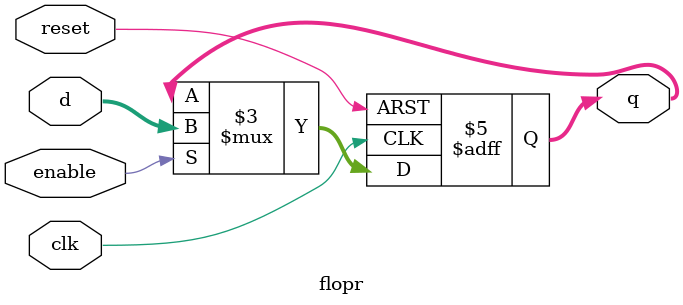
<source format=v>
module flopr (
	clk,
	reset,
	d,
	q,
	enable
);

	parameter WIDTH = 8;
	input wire clk;
	input wire reset;
	input wire enable;
	input wire [WIDTH - 1:0] d;
	output reg [WIDTH - 1:0] q;
	always @(posedge clk or posedge reset)
		if (reset)
			q <= 0;
		else if (enable)
			q <= d;
		else 
			q <= q;
endmodule
</source>
